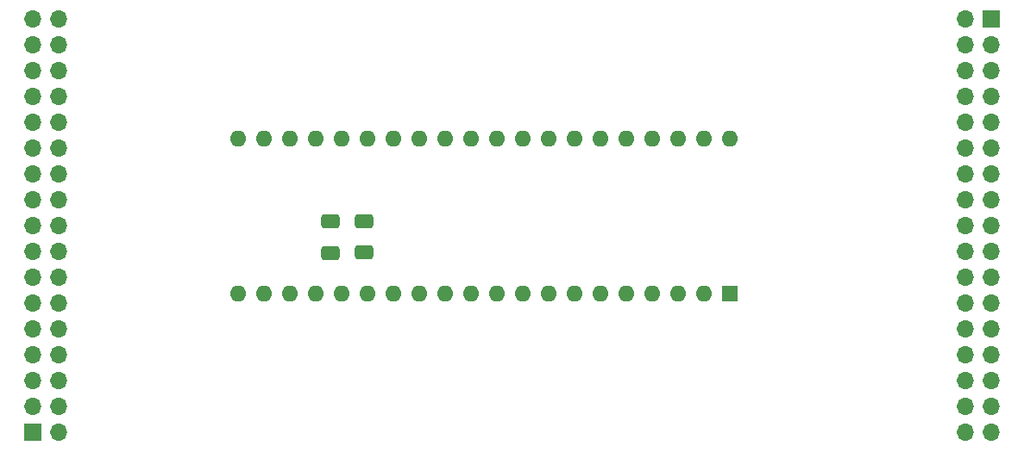
<source format=gbr>
%TF.GenerationSoftware,KiCad,Pcbnew,8.0.7-8.0.7-0~ubuntu22.04.1*%
%TF.CreationDate,2025-01-28T09:52:26+01:00*%
%TF.ProjectId,6847_v1,36383437-5f76-4312-9e6b-696361645f70,rev?*%
%TF.SameCoordinates,Original*%
%TF.FileFunction,Soldermask,Top*%
%TF.FilePolarity,Negative*%
%FSLAX46Y46*%
G04 Gerber Fmt 4.6, Leading zero omitted, Abs format (unit mm)*
G04 Created by KiCad (PCBNEW 8.0.7-8.0.7-0~ubuntu22.04.1) date 2025-01-28 09:52:26*
%MOMM*%
%LPD*%
G01*
G04 APERTURE LIST*
G04 Aperture macros list*
%AMRoundRect*
0 Rectangle with rounded corners*
0 $1 Rounding radius*
0 $2 $3 $4 $5 $6 $7 $8 $9 X,Y pos of 4 corners*
0 Add a 4 corners polygon primitive as box body*
4,1,4,$2,$3,$4,$5,$6,$7,$8,$9,$2,$3,0*
0 Add four circle primitives for the rounded corners*
1,1,$1+$1,$2,$3*
1,1,$1+$1,$4,$5*
1,1,$1+$1,$6,$7*
1,1,$1+$1,$8,$9*
0 Add four rect primitives between the rounded corners*
20,1,$1+$1,$2,$3,$4,$5,0*
20,1,$1+$1,$4,$5,$6,$7,0*
20,1,$1+$1,$6,$7,$8,$9,0*
20,1,$1+$1,$8,$9,$2,$3,0*%
G04 Aperture macros list end*
%ADD10RoundRect,0.250000X0.650000X-0.412500X0.650000X0.412500X-0.650000X0.412500X-0.650000X-0.412500X0*%
%ADD11R,1.700000X1.700000*%
%ADD12O,1.700000X1.700000*%
%ADD13R,1.600000X1.600000*%
%ADD14O,1.600000X1.600000*%
G04 APERTURE END LIST*
D10*
%TO.C,C2*%
X82150000Y-91986500D03*
X82150000Y-88861500D03*
%TD*%
%TO.C,C1*%
X85500000Y-91948000D03*
X85500000Y-88823000D03*
%TD*%
D11*
%TO.C,J3*%
X147000000Y-69000000D03*
D12*
X144460000Y-69000000D03*
X147000000Y-71540000D03*
X144460000Y-71540000D03*
X147000000Y-74080000D03*
X144460000Y-74080000D03*
X147000000Y-76620000D03*
X144460000Y-76620000D03*
X147000000Y-79160000D03*
X144460000Y-79160000D03*
X147000000Y-81700000D03*
X144460000Y-81700000D03*
X147000000Y-84240000D03*
X144460000Y-84240000D03*
X147000000Y-86780000D03*
X144460000Y-86780000D03*
X147000000Y-89320000D03*
X144460000Y-89320000D03*
X147000000Y-91860000D03*
X144460000Y-91860000D03*
X147000000Y-94400000D03*
X144460000Y-94400000D03*
X147000000Y-96940000D03*
X144460000Y-96940000D03*
X147000000Y-99480000D03*
X144460000Y-99480000D03*
X147000000Y-102020000D03*
X144460000Y-102020000D03*
X147000000Y-104560000D03*
X144460000Y-104560000D03*
X147000000Y-107100000D03*
X144460000Y-107100000D03*
X147000000Y-109640000D03*
X144460000Y-109640000D03*
%TD*%
D11*
%TO.C,J1*%
X53000000Y-109640000D03*
D12*
X55540000Y-109640000D03*
X53000000Y-107100000D03*
X55540000Y-107100000D03*
X53000000Y-104560000D03*
X55540000Y-104560000D03*
X53000000Y-102020000D03*
X55540000Y-102020000D03*
X53000000Y-99480000D03*
X55540000Y-99480000D03*
X53000000Y-96940000D03*
X55540000Y-96940000D03*
X53000000Y-94400000D03*
X55540000Y-94400000D03*
X53000000Y-91860000D03*
X55540000Y-91860000D03*
X53000000Y-89320000D03*
X55540000Y-89320000D03*
X53000000Y-86780000D03*
X55540000Y-86780000D03*
X53000000Y-84240000D03*
X55540000Y-84240000D03*
X53000000Y-81700000D03*
X55540000Y-81700000D03*
X53000000Y-79160000D03*
X55540000Y-79160000D03*
X53000000Y-76620000D03*
X55540000Y-76620000D03*
X53000000Y-74080000D03*
X55540000Y-74080000D03*
X53000000Y-71540000D03*
X55540000Y-71540000D03*
X53000000Y-69000000D03*
X55540000Y-69000000D03*
%TD*%
D13*
%TO.C,U2*%
X121412000Y-96012000D03*
D14*
X118872000Y-96012000D03*
X116332000Y-96012000D03*
X113792000Y-96012000D03*
X111252000Y-96012000D03*
X108712000Y-96012000D03*
X106172000Y-96012000D03*
X103632000Y-96012000D03*
X101092000Y-96012000D03*
X98552000Y-96012000D03*
X96012000Y-96012000D03*
X93472000Y-96012000D03*
X90932000Y-96012000D03*
X88392000Y-96012000D03*
X85852000Y-96012000D03*
X83312000Y-96012000D03*
X80772000Y-96012000D03*
X78232000Y-96012000D03*
X75692000Y-96012000D03*
X73152000Y-96012000D03*
X73152000Y-80772000D03*
X75692000Y-80772000D03*
X78232000Y-80772000D03*
X80772000Y-80772000D03*
X83312000Y-80772000D03*
X85852000Y-80772000D03*
X88392000Y-80772000D03*
X90932000Y-80772000D03*
X93472000Y-80772000D03*
X96012000Y-80772000D03*
X98552000Y-80772000D03*
X101092000Y-80772000D03*
X103632000Y-80772000D03*
X106172000Y-80772000D03*
X108712000Y-80772000D03*
X111252000Y-80772000D03*
X113792000Y-80772000D03*
X116332000Y-80772000D03*
X118872000Y-80772000D03*
X121412000Y-80772000D03*
%TD*%
M02*

</source>
